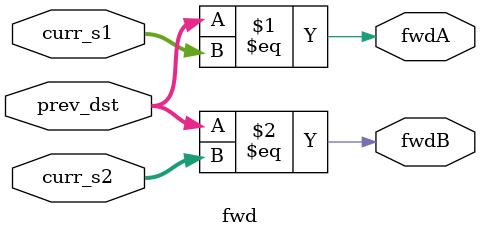
<source format=v>
`timescale 1ns / 1ps


module fwd(
    input [2:0] prev_dst,
    input [2:0] curr_s1,
    input [2:0] curr_s2,
    output fwdA,
    output fwdB
    );
    
    assign fwdA = (prev_dst == curr_s1);
    assign fwdB = (prev_dst == curr_s2);
    
endmodule

</source>
